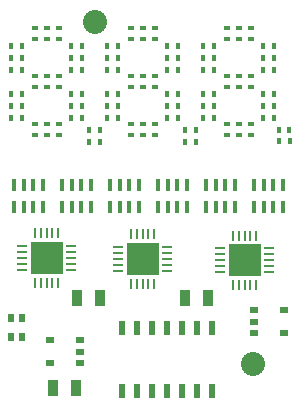
<source format=gts>
G04 (created by PCBNEW (2013-jul-07)-stable) date Wed 01 Apr 2015 12:24:50 PM EDT*
%MOIN*%
G04 Gerber Fmt 3.4, Leading zero omitted, Abs format*
%FSLAX34Y34*%
G01*
G70*
G90*
G04 APERTURE LIST*
%ADD10C,0.00590551*%
%ADD11R,0.02X0.045*%
%ADD12R,0.035X0.055*%
%ADD13R,0.03X0.02*%
%ADD14C,0.08*%
%ADD15R,0.015748X0.0393701*%
%ADD16R,0.0157X0.0236*%
%ADD17R,0.0236X0.0157*%
%ADD18R,0.108268X0.108268*%
%ADD19R,0.00984252X0.0354331*%
%ADD20R,0.0354331X0.00984252*%
%ADD21R,0.023622X0.0275591*%
G04 APERTURE END LIST*
G54D10*
G54D11*
X29900Y-31500D03*
X30400Y-31500D03*
X30900Y-31500D03*
X31400Y-31500D03*
X31900Y-31500D03*
X32400Y-31500D03*
X32900Y-31500D03*
X32900Y-29400D03*
X32400Y-29400D03*
X31900Y-29400D03*
X31400Y-29400D03*
X30900Y-29400D03*
X30400Y-29400D03*
X29900Y-29400D03*
G54D12*
X32025Y-28400D03*
X32775Y-28400D03*
X29175Y-28400D03*
X28425Y-28400D03*
X27625Y-31400D03*
X28375Y-31400D03*
G54D13*
X28500Y-30575D03*
X28500Y-29825D03*
X27500Y-30575D03*
X28500Y-30200D03*
X27500Y-29825D03*
G54D14*
X29000Y-19200D03*
X34297Y-30617D03*
G54D13*
X34300Y-28825D03*
X34300Y-29575D03*
X35300Y-28825D03*
X34300Y-29200D03*
X35300Y-29575D03*
G54D15*
X26327Y-25366D03*
X26642Y-25366D03*
X26957Y-25366D03*
X27272Y-25366D03*
X27272Y-24633D03*
X26957Y-24633D03*
X26642Y-24633D03*
X26327Y-24633D03*
X27927Y-25366D03*
X28242Y-25366D03*
X28557Y-25366D03*
X28872Y-25366D03*
X28872Y-24633D03*
X28557Y-24633D03*
X28242Y-24633D03*
X27927Y-24633D03*
X29527Y-25366D03*
X29842Y-25366D03*
X30157Y-25366D03*
X30472Y-25366D03*
X30472Y-24633D03*
X30157Y-24633D03*
X29842Y-24633D03*
X29527Y-24633D03*
X31127Y-25366D03*
X31442Y-25366D03*
X31757Y-25366D03*
X32072Y-25366D03*
X32072Y-24633D03*
X31757Y-24633D03*
X31442Y-24633D03*
X31127Y-24633D03*
X32727Y-25366D03*
X33042Y-25366D03*
X33357Y-25366D03*
X33672Y-25366D03*
X33672Y-24633D03*
X33357Y-24633D03*
X33042Y-24633D03*
X32727Y-24633D03*
X34327Y-25366D03*
X34642Y-25366D03*
X34957Y-25366D03*
X35272Y-25366D03*
X35272Y-24633D03*
X34957Y-24633D03*
X34642Y-24633D03*
X34327Y-24633D03*
G54D16*
X26577Y-20000D03*
X26223Y-20000D03*
X26577Y-21600D03*
X26223Y-21600D03*
X32977Y-20000D03*
X32623Y-20000D03*
G54D17*
X34200Y-22977D03*
X34200Y-22623D03*
X33800Y-22623D03*
X33800Y-22977D03*
X33400Y-22977D03*
X33400Y-22623D03*
G54D16*
X32977Y-22400D03*
X32623Y-22400D03*
X32623Y-22000D03*
X32977Y-22000D03*
X32977Y-21600D03*
X32623Y-21600D03*
X32977Y-20800D03*
X32623Y-20800D03*
X32623Y-20400D03*
X32977Y-20400D03*
G54D17*
X33800Y-21023D03*
X33800Y-21377D03*
X31000Y-19777D03*
X31000Y-19423D03*
X30600Y-19423D03*
X30600Y-19777D03*
X30200Y-19777D03*
X30200Y-19423D03*
G54D16*
X31777Y-20800D03*
X31423Y-20800D03*
X31423Y-20400D03*
X31777Y-20400D03*
X31777Y-20000D03*
X31423Y-20000D03*
X35498Y-23182D03*
X35144Y-23182D03*
X32377Y-23200D03*
X32023Y-23200D03*
X29177Y-23200D03*
X28823Y-23200D03*
G54D17*
X34200Y-19777D03*
X34200Y-19423D03*
X33800Y-19423D03*
X33800Y-19777D03*
X33400Y-19777D03*
X33400Y-19423D03*
X33400Y-21377D03*
X33400Y-21023D03*
G54D16*
X34977Y-20800D03*
X34623Y-20800D03*
X34623Y-20400D03*
X34977Y-20400D03*
X34977Y-20000D03*
X34623Y-20000D03*
X34977Y-22400D03*
X34623Y-22400D03*
X34623Y-22000D03*
X34977Y-22000D03*
X34977Y-21600D03*
X34623Y-21600D03*
G54D17*
X34200Y-21377D03*
X34200Y-21023D03*
X27000Y-21377D03*
X27000Y-21023D03*
G54D16*
X28577Y-20800D03*
X28223Y-20800D03*
X28223Y-20400D03*
X28577Y-20400D03*
X28577Y-20000D03*
X28223Y-20000D03*
X28577Y-22400D03*
X28223Y-22400D03*
X28223Y-22000D03*
X28577Y-22000D03*
X28577Y-21600D03*
X28223Y-21600D03*
G54D17*
X27800Y-21377D03*
X27800Y-21023D03*
X27400Y-21023D03*
X27400Y-21377D03*
X27800Y-22977D03*
X27800Y-22623D03*
X27400Y-22623D03*
X27400Y-22977D03*
X27000Y-22977D03*
X27000Y-22623D03*
G54D16*
X26577Y-22400D03*
X26223Y-22400D03*
X26223Y-22000D03*
X26577Y-22000D03*
X26577Y-20800D03*
X26223Y-20800D03*
X26223Y-20400D03*
X26577Y-20400D03*
G54D17*
X30200Y-22977D03*
X30200Y-22623D03*
G54D16*
X31777Y-22400D03*
X31423Y-22400D03*
X31423Y-22000D03*
X31777Y-22000D03*
X31777Y-21600D03*
X31423Y-21600D03*
G54D17*
X31000Y-21377D03*
X31000Y-21023D03*
X30600Y-21023D03*
X30600Y-21377D03*
X30200Y-21377D03*
X30200Y-21023D03*
X31000Y-22977D03*
X31000Y-22623D03*
X30600Y-22623D03*
X30600Y-22977D03*
X27000Y-19777D03*
X27000Y-19423D03*
G54D16*
X29777Y-22400D03*
X29423Y-22400D03*
X29423Y-22000D03*
X29777Y-22000D03*
X29777Y-21600D03*
X29423Y-21600D03*
X29777Y-20800D03*
X29423Y-20800D03*
X29423Y-20400D03*
X29777Y-20400D03*
X29777Y-20000D03*
X29423Y-20000D03*
G54D17*
X27800Y-19777D03*
X27800Y-19423D03*
X27400Y-19423D03*
X27400Y-19777D03*
G54D16*
X32023Y-22800D03*
X32377Y-22800D03*
X35135Y-22822D03*
X35489Y-22822D03*
X28823Y-22800D03*
X29177Y-22800D03*
G54D18*
X34000Y-27159D03*
G54D19*
X33606Y-27985D03*
X33803Y-27985D03*
X34000Y-27985D03*
X34196Y-27985D03*
X34393Y-27985D03*
G54D20*
X34826Y-27552D03*
X34826Y-27355D03*
X34826Y-27159D03*
X34826Y-26962D03*
X34826Y-26765D03*
G54D19*
X34393Y-26332D03*
X34196Y-26332D03*
X34000Y-26332D03*
X33803Y-26332D03*
X33606Y-26332D03*
G54D20*
X33173Y-26765D03*
X33173Y-26962D03*
X33173Y-27159D03*
X33173Y-27355D03*
X33173Y-27552D03*
G54D18*
X30600Y-27118D03*
G54D19*
X30206Y-27944D03*
X30403Y-27944D03*
X30600Y-27944D03*
X30796Y-27944D03*
X30993Y-27944D03*
G54D20*
X31426Y-27511D03*
X31426Y-27314D03*
X31426Y-27118D03*
X31426Y-26921D03*
X31426Y-26724D03*
G54D19*
X30993Y-26291D03*
X30796Y-26291D03*
X30600Y-26291D03*
X30403Y-26291D03*
X30206Y-26291D03*
G54D20*
X29773Y-26724D03*
X29773Y-26921D03*
X29773Y-27118D03*
X29773Y-27314D03*
X29773Y-27511D03*
G54D18*
X27400Y-27077D03*
G54D19*
X27006Y-27903D03*
X27203Y-27903D03*
X27400Y-27903D03*
X27596Y-27903D03*
X27793Y-27903D03*
G54D20*
X28226Y-27470D03*
X28226Y-27273D03*
X28226Y-27077D03*
X28226Y-26880D03*
X28226Y-26683D03*
G54D19*
X27793Y-26250D03*
X27596Y-26250D03*
X27400Y-26250D03*
X27203Y-26250D03*
X27006Y-26250D03*
G54D20*
X26573Y-26683D03*
X26573Y-26880D03*
X26573Y-27077D03*
X26573Y-27273D03*
X26573Y-27470D03*
G54D21*
X26596Y-29085D03*
X26596Y-29714D03*
X26203Y-29085D03*
X26203Y-29714D03*
M02*

</source>
